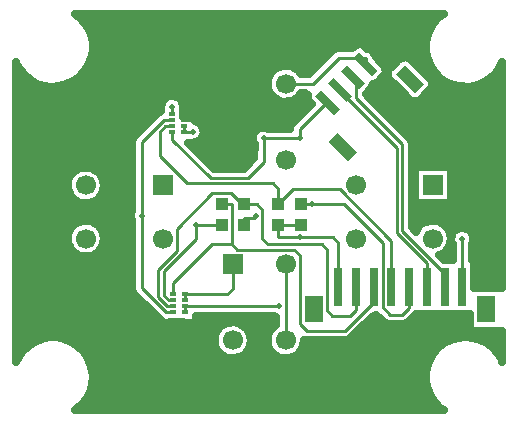
<source format=gtl>
G04 DipTrace 2.4.0.2*
%INTop.gbr*%
%MOIN*%
%ADD13C,0.01*%
%ADD14C,0.025*%
%ADD15R,0.0394X0.0433*%
%ADD16R,0.0195X0.014*%
%ADD17R,0.0669X0.0669*%
%ADD18C,0.0669*%
%ADD19R,0.0276X0.13*%
%ADD20R,0.059X0.0906*%
%ADD21C,0.02*%
%FSLAX44Y44*%
G04*
G70*
G90*
G75*
G01*
%LNTop*%
%LPD*%
X9530Y13980D2*
D13*
X9240D1*
X8515Y13255D1*
Y10791D1*
X13805Y10511D2*
X13382D1*
X13055D1*
X11180D2*
X10313D1*
X8515Y10791D2*
Y8395D1*
X9330Y7580D1*
X9555D1*
X13780Y10084D2*
X14880D1*
X15060Y9904D1*
Y8430D1*
X13055Y10511D2*
Y10084D1*
X13780D1*
X10313Y10511D2*
Y10025D1*
X9250Y8962D1*
Y8140D1*
X9410Y7980D1*
X9555D1*
X12587Y13380D2*
Y12587D1*
X12055Y12055D1*
X10805D1*
X9530Y13330D1*
Y13580D1*
X13780Y13380D2*
X12587D1*
X14707Y14582D2*
Y14617D1*
X13780Y13691D1*
Y13380D1*
X12307Y10791D2*
X12257Y10741D1*
X11930D1*
Y10511D1*
X13316Y9210D2*
Y6651D1*
X19200Y10044D2*
Y8430D1*
X13316Y15210D2*
X14220D1*
X15076Y16066D1*
X15979D1*
Y15854D1*
X9955Y7580D2*
Y7780D1*
X13086D1*
X9955Y7980D2*
Y8180D1*
X11364D1*
X11544Y8360D1*
Y9210D1*
Y15210D2*
X10960D1*
X9930Y14180D1*
Y13980D2*
Y14180D1*
Y13980D2*
X10215D1*
X11544Y12651D1*
X9930Y13780D2*
Y13580D1*
X10178D1*
X10208Y13610D1*
X13805Y11180D2*
X14182D1*
X9530Y14180D2*
Y14430D1*
X14182Y11180D2*
X15243D1*
X16540Y9883D1*
Y7750D1*
X16780Y7510D1*
X17200D1*
X17430Y7740D1*
Y8430D1*
X9530Y13780D2*
X9303D1*
X9123Y13600D1*
Y12788D1*
X10024Y11887D1*
X12875D1*
X13055Y11707D1*
Y11180D1*
X13555Y11680D1*
X15118D1*
X16830Y9968D1*
Y8430D1*
X9555Y8180D2*
Y8556D1*
X10853Y9854D1*
X11507D1*
X11687Y9674D1*
X13600D1*
X13780Y9494D1*
Y7210D1*
X14020Y6970D1*
X15280D1*
X16240Y7930D1*
Y8430D1*
X11507Y9854D2*
Y11180D1*
X11180D1*
X9555Y7780D2*
X9370D1*
X9040Y8110D1*
Y9010D1*
X9674Y9644D1*
Y10364D1*
X10870Y11560D1*
X11500D1*
X11930Y11130D1*
Y11180D1*
X12357D1*
X12537Y11000D1*
Y10034D1*
X12717Y9854D1*
X14505D1*
X14685Y9674D1*
Y7650D1*
X14865Y7470D1*
X15470D1*
X15650Y7650D1*
Y8430D1*
X18020D2*
Y9215D1*
X17010Y10225D1*
Y13070D1*
X15233Y14847D1*
Y15006D1*
X15131D1*
X18610Y8430D2*
Y8875D1*
X17190Y10295D1*
Y13190D1*
X15657Y14723D1*
Y15430D1*
X15555D1*
D21*
X14182Y11180D3*
X9530Y14430D3*
X13780Y10084D3*
Y13380D3*
X8515Y10791D3*
X12307D3*
X12587Y13380D3*
X10313Y10511D3*
X19200Y10044D3*
X13086Y7780D3*
X10208Y13610D3*
X6594Y17286D2*
D14*
X18267D1*
X6758Y17038D2*
X18103D1*
X6856Y16789D2*
X18005D1*
X6903Y16540D2*
X17958D1*
X6899Y16292D2*
X14833D1*
X16223D2*
X17962D1*
X6848Y16043D2*
X14583D1*
X16383D2*
X17107D1*
X17465D2*
X18013D1*
X6743Y15794D2*
X13157D1*
X13473D2*
X14333D1*
X16625D2*
X16853D1*
X17719D2*
X18114D1*
X4352Y15546D2*
X4538D1*
X6567D2*
X12794D1*
X13836D2*
X14087D1*
X17969D2*
X18290D1*
X20317D2*
X20509D1*
X4352Y15297D2*
X4841D1*
X6270D2*
X12697D1*
X16434D2*
X16810D1*
X18192D2*
X18591D1*
X20020D2*
X20509D1*
X4352Y15048D2*
X12712D1*
X16184D2*
X17056D1*
X18176D2*
X20509D1*
X4352Y14799D2*
X12853D1*
X13778D2*
X14013D1*
X16051D2*
X17306D1*
X17938D2*
X20509D1*
X4352Y14551D2*
X9161D1*
X9899D2*
X14142D1*
X16301D2*
X20509D1*
X4352Y14302D2*
X9142D1*
X9918D2*
X13923D1*
X16547D2*
X20509D1*
X4352Y14053D2*
X8845D1*
X10317D2*
X13673D1*
X16797D2*
X20509D1*
X4352Y13805D2*
X8595D1*
X10539D2*
X13462D1*
X17047D2*
X20509D1*
X4352Y13556D2*
X8345D1*
X10594D2*
X12243D1*
X17293D2*
X20509D1*
X4352Y13307D2*
X8181D1*
X10438D2*
X12204D1*
X17508D2*
X20509D1*
X4352Y13059D2*
X8177D1*
X10270D2*
X12247D1*
X17532D2*
X20509D1*
X4352Y12810D2*
X8177D1*
X10520D2*
X12247D1*
X17532D2*
X20509D1*
X4352Y12561D2*
X8177D1*
X10770D2*
X12091D1*
X17532D2*
X20509D1*
X4352Y12313D2*
X6290D1*
X7012D2*
X8177D1*
X18832D2*
X20509D1*
X4352Y12064D2*
X6079D1*
X7223D2*
X8177D1*
X18832D2*
X20509D1*
X4352Y11815D2*
X6025D1*
X7274D2*
X8177D1*
X18832D2*
X20509D1*
X4352Y11567D2*
X6079D1*
X7219D2*
X8177D1*
X18832D2*
X20509D1*
X4352Y11318D2*
X6290D1*
X7008D2*
X8177D1*
X18832D2*
X20509D1*
X4352Y11069D2*
X8177D1*
X17532D2*
X20509D1*
X4352Y10820D2*
X8126D1*
X17532D2*
X20509D1*
X4352Y10572D2*
X6341D1*
X6961D2*
X8177D1*
X17532D2*
X17900D1*
X18520D2*
X20509D1*
X4352Y10323D2*
X6095D1*
X7207D2*
X8177D1*
X18766D2*
X18939D1*
X19461D2*
X20509D1*
X4352Y10074D2*
X6029D1*
X7274D2*
X8177D1*
X19590D2*
X20509D1*
X4352Y9826D2*
X6068D1*
X7235D2*
X8177D1*
X19539D2*
X20509D1*
X4352Y9577D2*
X6251D1*
X7051D2*
X8177D1*
X18610D2*
X18861D1*
X19539D2*
X20509D1*
X4352Y9328D2*
X8177D1*
X19629D2*
X20509D1*
X4352Y9080D2*
X8177D1*
X19629D2*
X20509D1*
X4352Y8831D2*
X8177D1*
X19629D2*
X20509D1*
X4352Y8582D2*
X8177D1*
X19629D2*
X20509D1*
X4352Y8334D2*
X8181D1*
X4352Y8085D2*
X8357D1*
X4352Y7836D2*
X8603D1*
X4352Y7588D2*
X8853D1*
X4352Y7339D2*
X9103D1*
X10344D2*
X12978D1*
X16118D2*
X16482D1*
X17500D2*
X19415D1*
X4352Y7090D2*
X11111D1*
X11977D2*
X12884D1*
X15872D2*
X19415D1*
X4352Y6841D2*
X10950D1*
X12137D2*
X12724D1*
X15622D2*
X20509D1*
X4352Y6593D2*
X4892D1*
X6219D2*
X10923D1*
X12164D2*
X12693D1*
X13938D2*
X18642D1*
X19969D2*
X20509D1*
X4352Y6344D2*
X4568D1*
X6539D2*
X11005D1*
X12086D2*
X12775D1*
X13856D2*
X18318D1*
X20289D2*
X20509D1*
X6727Y6095D2*
X11294D1*
X11797D2*
X13064D1*
X13567D2*
X18134D1*
X6840Y5847D2*
X18021D1*
X6895Y5598D2*
X17966D1*
X6903Y5349D2*
X17958D1*
X6864Y5101D2*
X17997D1*
X6774Y4852D2*
X18087D1*
X6618Y4603D2*
X18243D1*
X6356Y4355D2*
X18505D1*
X6875Y16305D2*
X6829Y16060D1*
X6737Y15828D1*
X6603Y15617D1*
X6432Y15435D1*
X6230Y15288D1*
X6004Y15182D1*
X5763Y15120D1*
X5513Y15104D1*
X5266Y15136D1*
X5028Y15213D1*
X4810Y15333D1*
X4617Y15492D1*
X4458Y15684D1*
X4338Y15903D1*
X4325Y15936D1*
Y5923D1*
X4413Y6105D1*
X4560Y6307D1*
X4742Y6478D1*
X4953Y6612D1*
X5185Y6704D1*
X5430Y6750D1*
X5680D1*
X5925Y6704D1*
X6157Y6612D1*
X6368Y6478D1*
X6550Y6307D1*
X6697Y6105D1*
X6803Y5879D1*
X6865Y5638D1*
X6881Y5430D1*
X6858Y5182D1*
X6788Y4942D1*
X6675Y4719D1*
X6522Y4522D1*
X6335Y4357D1*
X6286Y4325D1*
X18573D1*
X18460Y4408D1*
X18283Y4585D1*
X18143Y4791D1*
X18044Y5020D1*
X17989Y5264D1*
X17981Y5513D1*
X18020Y5760D1*
X18105Y5995D1*
X18232Y6210D1*
X18397Y6397D1*
X18594Y6550D1*
X18817Y6663D1*
X19056Y6733D1*
X19305Y6756D1*
X19553Y6733D1*
X19793Y6663D1*
X20016Y6550D1*
X20213Y6397D1*
X20378Y6210D1*
X20505Y5995D1*
X20536Y5919D1*
X20535Y6972D1*
X19440D1*
Y7515D1*
X18797Y7519D1*
X18388Y7515D1*
X18207Y7519D1*
X17798Y7515D1*
X17649D1*
X17423Y7287D1*
X17319Y7219D1*
X17200Y7195D1*
X16780D1*
X16658Y7220D1*
X16557Y7287D1*
X16331Y7513D1*
X16198Y7442D1*
X15503Y6747D1*
X15399Y6679D1*
X15280Y6655D1*
X14008Y6656D1*
X13915Y6651D1*
X13903Y6526D1*
X13864Y6408D1*
X13802Y6299D1*
X13719Y6206D1*
X13618Y6133D1*
X13505Y6081D1*
X13383Y6055D1*
X13258Y6054D1*
X13136Y6079D1*
X13021Y6128D1*
X12919Y6201D1*
X12835Y6292D1*
X12771Y6400D1*
X12731Y6518D1*
X12716Y6642D1*
X12727Y6766D1*
X12764Y6885D1*
X12825Y6994D1*
X12906Y7089D1*
X13003Y7161D1*
X13001Y7428D1*
X12907Y7464D1*
X10316Y7465D1*
X10314Y7445D1*
X10318Y7245D1*
X9593Y7249D1*
X9193Y7245D1*
Y7296D1*
X9107Y7357D1*
X8292Y8172D1*
X8223Y8276D1*
X8200Y8395D1*
Y10610D1*
X8179Y10648D1*
X8151Y10769D1*
X8164Y10893D1*
X8200Y10966D1*
Y13255D1*
X8224Y13377D1*
X8292Y13478D1*
X9017Y14203D1*
X9131Y14275D1*
X9171Y14315D1*
X9166Y14408D1*
X9180Y14532D1*
X9234Y14644D1*
X9323Y14731D1*
X9436Y14783D1*
X9560Y14794D1*
X9680Y14763D1*
X9783Y14693D1*
X9857Y14592D1*
X9892Y14473D1*
X9893Y14113D1*
X10293Y14115D1*
Y13963D1*
X10358Y13943D1*
X10461Y13873D1*
X10534Y13772D1*
X10570Y13653D1*
X10573Y13610D1*
X10551Y13487D1*
X10490Y13379D1*
X10396Y13298D1*
X10291Y13257D1*
X10293Y13245D1*
X10062D1*
X10938Y12368D1*
X11926Y12370D1*
X12271Y12717D1*
X12272Y13192D1*
X12251Y13237D1*
X12223Y13358D1*
X12236Y13482D1*
X12291Y13594D1*
X12380Y13681D1*
X12493Y13733D1*
X12617Y13744D1*
X12737Y13713D1*
X12766Y13693D1*
X13466Y13695D1*
X13493Y13819D1*
X13558Y13913D1*
X14179Y14535D1*
X14115Y14603D1*
X14051Y14709D1*
X14043Y14836D1*
X14039Y14795D1*
X13970Y14895D1*
X13825D1*
X13719Y14766D1*
X13618Y14692D1*
X13505Y14640D1*
X13383Y14614D1*
X13258Y14613D1*
X13136Y14638D1*
X13021Y14687D1*
X12919Y14760D1*
X12835Y14851D1*
X12771Y14959D1*
X12731Y15077D1*
X12716Y15201D1*
X12727Y15325D1*
X12764Y15444D1*
X12825Y15553D1*
X12906Y15648D1*
X13006Y15723D1*
X13119Y15776D1*
X13240Y15804D1*
X13365Y15807D1*
X13488Y15784D1*
X13603Y15736D1*
X13706Y15665D1*
X13791Y15575D1*
X13822Y15525D1*
X14085D1*
X14853Y16288D1*
X14956Y16357D1*
X15076Y16381D1*
X15517D1*
X15583Y16445D1*
X15689Y16510D1*
X15812Y16520D1*
X15929Y16469D1*
X16027Y16376D1*
X16101Y16356D1*
X16204Y16286D1*
X16274Y16174D1*
X16311Y16092D1*
X16570Y15833D1*
X16635Y15727D1*
X16645Y15604D1*
X16594Y15487D1*
X16375Y15263D1*
X16266Y15198D1*
X16220Y15180D1*
X16170Y15063D1*
X15972Y14860D1*
X16055Y14944D1*
X16056Y14769D1*
X17413Y13413D1*
X17482Y13309D1*
X17505Y13190D1*
Y10428D1*
X17658Y10279D1*
X17718Y10388D1*
X17800Y10482D1*
X17900Y10558D1*
X18013Y10611D1*
X18134Y10639D1*
X18259Y10642D1*
X18381Y10619D1*
X18497Y10571D1*
X18599Y10500D1*
X18685Y10409D1*
X18750Y10303D1*
X18792Y10186D1*
X18809Y10044D1*
X18796Y9920D1*
X18758Y9801D1*
X18696Y9693D1*
X18613Y9600D1*
X18512Y9526D1*
X18437Y9493D1*
X18587Y9344D1*
X18883Y9345D1*
X18885Y9864D1*
X18864Y9901D1*
X18836Y10023D1*
X18850Y10146D1*
X18904Y10258D1*
X18993Y10345D1*
X19106Y10397D1*
X19230Y10408D1*
X19350Y10377D1*
X19453Y10307D1*
X19527Y10207D1*
X19562Y10087D1*
X19565Y10044D1*
X19544Y9922D1*
X19515Y9871D1*
Y9345D1*
X19603D1*
Y8411D1*
X20315Y8408D1*
X20534D1*
X20535Y15933D1*
X20425Y15719D1*
X20272Y15522D1*
X20085Y15357D1*
X19870Y15230D1*
X19635Y15145D1*
X19388Y15106D1*
X19139Y15114D1*
X18895Y15169D1*
X18666Y15268D1*
X18460Y15408D1*
X18283Y15585D1*
X18143Y15791D1*
X18044Y16020D1*
X17989Y16264D1*
X17981Y16513D1*
X18020Y16760D1*
X18105Y16995D1*
X18232Y17210D1*
X18397Y17397D1*
X18572Y17534D1*
X6287Y17535D1*
X6463Y17397D1*
X6628Y17210D1*
X6755Y16995D1*
X6840Y16760D1*
X6879Y16513D1*
X6875Y16305D1*
X16884Y15799D2*
X17099Y16014D1*
X17205Y16079D1*
X17328Y16089D1*
X17445Y16038D1*
X17828Y15661D1*
X18114Y15374D1*
X18179Y15268D1*
X18189Y15145D1*
X18138Y15028D1*
X17810Y14695D1*
X17705Y14630D1*
X17581Y14621D1*
X17464Y14671D1*
X17082Y15049D1*
X16795Y15335D1*
X16730Y15441D1*
X16721Y15564D1*
X16771Y15681D1*
X16884Y15799D1*
X7237Y9920D2*
X7199Y9801D1*
X7137Y9693D1*
X7053Y9600D1*
X6953Y9526D1*
X6839Y9475D1*
X6717Y9448D1*
X6593Y9447D1*
X6470Y9472D1*
X6356Y9522D1*
X6254Y9594D1*
X6170Y9686D1*
X6106Y9793D1*
X6066Y9911D1*
X6051Y10035D1*
X6062Y10160D1*
X6099Y10279D1*
X6159Y10388D1*
X6241Y10482D1*
X6341Y10558D1*
X6453Y10611D1*
X6575Y10639D1*
X6700Y10642D1*
X6822Y10619D1*
X6937Y10571D1*
X7040Y10500D1*
X7126Y10409D1*
X7191Y10303D1*
X7233Y10186D1*
X7250Y10044D1*
X7237Y9920D1*
Y11692D2*
X7199Y11573D1*
X7137Y11465D1*
X7053Y11372D1*
X6953Y11298D1*
X6839Y11247D1*
X6717Y11220D1*
X6593Y11219D1*
X6470Y11244D1*
X6356Y11294D1*
X6254Y11366D1*
X6170Y11458D1*
X6106Y11565D1*
X6066Y11683D1*
X6051Y11807D1*
X6062Y11931D1*
X6099Y12051D1*
X6159Y12160D1*
X6241Y12254D1*
X6341Y12329D1*
X6453Y12382D1*
X6575Y12411D1*
X6700Y12413D1*
X6822Y12390D1*
X6937Y12342D1*
X7040Y12272D1*
X7126Y12181D1*
X7191Y12075D1*
X7233Y11957D1*
X7250Y11816D1*
X7237Y11692D1*
X12131Y6526D2*
X12092Y6408D1*
X12030Y6299D1*
X11947Y6206D1*
X11847Y6133D1*
X11733Y6081D1*
X11611Y6055D1*
X11486Y6054D1*
X11364Y6079D1*
X11250Y6128D1*
X11148Y6201D1*
X11063Y6292D1*
X11000Y6400D1*
X10959Y6518D1*
X10945Y6642D1*
X10956Y6766D1*
X10992Y6885D1*
X11053Y6994D1*
X11135Y7089D1*
X11234Y7164D1*
X11347Y7217D1*
X11469Y7245D1*
X11593Y7248D1*
X11716Y7225D1*
X11831Y7177D1*
X11934Y7106D1*
X12020Y7016D1*
X12085Y6909D1*
X12127Y6792D1*
X12144Y6651D1*
X12131Y6526D1*
X17735Y12416D2*
X18809D1*
Y11216D1*
X17610D1*
Y12416D1*
X17735D1*
D15*
X11930Y11180D3*
Y10511D3*
X11180Y11180D3*
Y10511D3*
X13055Y11180D3*
Y10511D3*
X13805Y11180D3*
Y10511D3*
G36*
X15151Y15639D2*
X15346Y15834D1*
X15959Y15221D1*
X15764Y15026D1*
X15151Y15639D1*
G37*
G36*
X14303Y14790D2*
X14498Y14985D1*
X15110Y14373D1*
X14915Y14178D1*
X14303Y14790D1*
G37*
G36*
X14727Y15215D2*
X14922Y15409D1*
X15534Y14797D1*
X15340Y14602D1*
X14727Y15215D1*
G37*
G36*
X16983Y15523D2*
X17287Y15827D1*
X17927Y15187D1*
X17623Y14882D1*
X16983Y15523D1*
G37*
G36*
X14734Y13274D2*
X15038Y13578D1*
X15678Y12938D1*
X15374Y12634D1*
X14734Y13274D1*
G37*
G36*
X15576Y16063D2*
X15770Y16258D1*
X16383Y15646D1*
X16188Y15451D1*
X15576Y16063D1*
G37*
D16*
X9555Y7580D3*
Y7980D3*
Y8180D3*
Y7780D3*
X9955Y8180D3*
Y7980D3*
Y7780D3*
Y7580D3*
X9530Y13580D3*
Y13980D3*
Y14180D3*
Y13780D3*
X9930Y14180D3*
Y13980D3*
Y13780D3*
Y13580D3*
D17*
X11544Y15210D3*
D18*
X13316D3*
Y12651D3*
X11544D3*
D17*
X9210Y11816D3*
D18*
Y10044D3*
X6650D3*
Y11816D3*
D17*
X11544Y9210D3*
D18*
X13316D3*
Y6651D3*
X11544D3*
D17*
X18210Y11816D3*
D18*
Y10044D3*
X15650D3*
Y11816D3*
D19*
X17430Y8430D3*
X16830D3*
D20*
X20000Y7690D3*
X14260D3*
D19*
X16240Y8430D3*
X15650D3*
X15060D3*
X18020D3*
X18610D3*
X19200D3*
M02*

</source>
